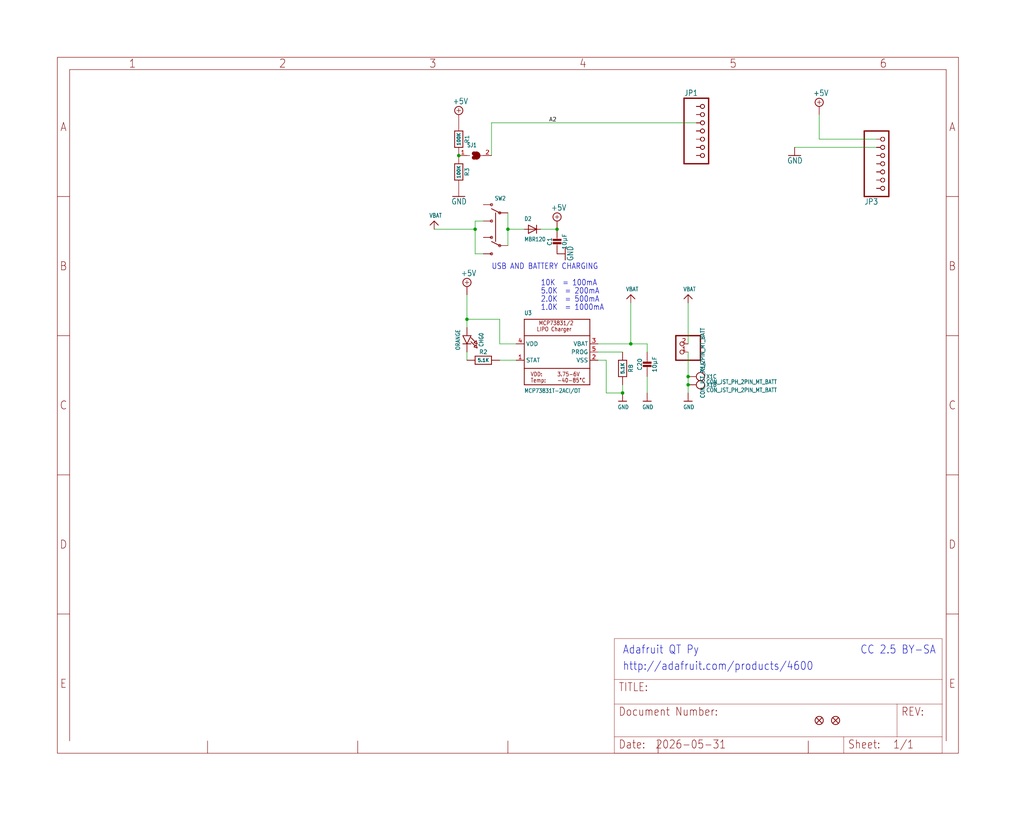
<source format=kicad_sch>
(kicad_sch (version 20230121) (generator eeschema)
  (paper "User" 317.5 254.127)
  (lib_symbols
    (symbol "working-eagle-import:+5V" (power)
      (property "Value" "+5V" (at -1.905 3.175 0))
      (symbol "+5V_1_0"
        (polyline (pts (xy -0.635 1.27) (xy 0.635 1.27)) (stroke (width 0.1524)))
        (polyline (pts (xy 0 0.635) (xy 0 1.905)) (stroke (width 0.1524)))
        (circle (center 0 1.27) (radius 1.27) (stroke (width 0.254)))
        (pin power_in line (at 0 -2.54 90) (length 2.54) (name "+5V") (number "1"))
      )
    )
    (symbol "working-eagle-import:CAP_CERAMIC0805-NOOUTLINE"
      (property "Reference" "C" (at -2.29 1.25 90))
      (symbol "CAP_CERAMIC0805-NOOUTLINE_1_0"
        (rectangle (start -1.27 0.508) (end 1.27 1.016) (fill (type outline)))
        (rectangle (start -1.27 1.524) (end 1.27 2.032) (fill (type outline)))
        (polyline (pts (xy 0 0.762) (xy 0 0)) (stroke (width 0.1524)))
        (polyline (pts (xy 0 2.54) (xy 0 1.778)) (stroke (width 0.1524)))
        (pin passive line (at 0 5.08 270) (length 2.54) (name "1") (number "1"))
        (pin passive line (at 0 -2.54 90) (length 2.54) (name "2") (number "2"))
      )
    )
    (symbol "working-eagle-import:CON_JST_PH_2PIN_MT_BATT"
      (property "Reference" "X" (at 0 5.588 90))
      (symbol "CON_JST_PH_2PIN_MT_BATT_1_0"
        (polyline (pts (xy -6.35 -2.54) (xy 1.27 -2.54)) (stroke (width 0.4064)))
        (polyline (pts (xy -6.35 5.08) (xy -6.35 -2.54)) (stroke (width 0.4064)))
        (polyline (pts (xy 1.27 -2.54) (xy 1.27 5.08)) (stroke (width 0.4064)))
        (polyline (pts (xy 1.27 5.08) (xy -6.35 5.08)) (stroke (width 0.4064)))
        (pin passive inverted (at -2.54 2.54 0) (length 2.54) (name "1") (number "1"))
        (pin passive inverted (at -2.54 0 0) (length 2.54) (name "2") (number "2"))
      )
      (symbol "CON_JST_PH_2PIN_MT_BATT_2_0"
        (circle (center 0 3.81) (radius 1.27) (stroke (width 0.254)))
        (pin bidirectional line (at 0 0 90) (length 2.54) (name "P$1") (number "NC2"))
      )
      (symbol "CON_JST_PH_2PIN_MT_BATT_3_0"
        (circle (center 0 3.81) (radius 1.27) (stroke (width 0.254)))
        (pin bidirectional line (at 0 0 90) (length 2.54) (name "P$1") (number "NC1"))
      )
    )
    (symbol "working-eagle-import:DIODE_SOD-123FL"
      (property "Reference" "D" (at -2.54 2.54 0))
      (symbol "DIODE_SOD-123FL_1_0"
        (polyline (pts (xy -1.27 -1.27) (xy 1.27 0)) (stroke (width 0.254)))
        (polyline (pts (xy -1.27 1.27) (xy -1.27 -1.27)) (stroke (width 0.254)))
        (polyline (pts (xy 1.27 0) (xy -1.27 1.27)) (stroke (width 0.254)))
        (polyline (pts (xy 1.27 0) (xy 1.27 -1.27)) (stroke (width 0.254)))
        (polyline (pts (xy 1.27 1.27) (xy 1.27 0)) (stroke (width 0.254)))
        (pin passive line (at -2.54 0 0) (length 2.54) (name "A") (number "A"))
        (pin passive line (at 2.54 0 180) (length 2.54) (name "C") (number "C"))
      )
    )
    (symbol "working-eagle-import:FIDUCIAL_1MM"
      (symbol "FIDUCIAL_1MM_1_0"
        (polyline (pts (xy -0.762 0.762) (xy 0.762 -0.762)) (stroke (width 0.254)))
        (polyline (pts (xy 0.762 0.762) (xy -0.762 -0.762)) (stroke (width 0.254)))
        (circle (center 0 0) (radius 1.27) (stroke (width 0.254)))
      )
    )
    (symbol "working-eagle-import:FRAME_A_L"
      (symbol "FRAME_A_L_1_0"
        (polyline (pts (xy 0 43.18) (xy 3.81 43.18)))
        (polyline (pts (xy 0 86.36) (xy 3.81 86.36)))
        (polyline (pts (xy 0 129.54) (xy 3.81 129.54)))
        (polyline (pts (xy 0 172.72) (xy 3.81 172.72)))
        (polyline (pts (xy 3.81 3.81) (xy 3.81 212.09)))
        (polyline (pts (xy 46.5667 0) (xy 46.5667 3.81)))
        (polyline (pts (xy 93.1333 0) (xy 93.1333 3.81)))
        (polyline (pts (xy 139.7 0) (xy 139.7 3.81)))
        (polyline (pts (xy 186.2667 0) (xy 186.2667 3.81)))
        (polyline (pts (xy 232.8333 0) (xy 232.8333 3.81)))
        (polyline (pts (xy 275.59 3.81) (xy 275.59 212.09)))
        (polyline (pts (xy 275.59 43.18) (xy 279.4 43.18)))
        (polyline (pts (xy 275.59 86.36) (xy 279.4 86.36)))
        (polyline (pts (xy 275.59 129.54) (xy 279.4 129.54)))
        (polyline (pts (xy 275.59 172.72) (xy 279.4 172.72)))
        (polyline (pts (xy 275.59 212.09) (xy 3.81 212.09)))
        (polyline (pts (xy 0 0) (xy 279.4 0) (xy 279.4 215.9) (xy 0 215.9) (xy 0 0)))
        (text "1" (at 23.2833 213.995 0) (effects (font (size 2.54 2.286))))
        (text "2" (at 69.85 213.995 0) (effects (font (size 2.54 2.286))))
        (text "3" (at 116.4167 213.995 0) (effects (font (size 2.54 2.286))))
        (text "4" (at 162.9833 213.995 0) (effects (font (size 2.54 2.286))))
        (text "5" (at 209.55 213.995 0) (effects (font (size 2.54 2.286))))
        (text "6" (at 256.1167 213.995 0) (effects (font (size 2.54 2.286))))
        (text "A" (at 1.905 194.31 0) (effects (font (size 2.54 2.286))))
        (text "A" (at 277.495 194.31 0) (effects (font (size 2.54 2.286))))
        (text "B" (at 1.905 151.13 0) (effects (font (size 2.54 2.286))))
        (text "B" (at 277.495 151.13 0) (effects (font (size 2.54 2.286))))
        (text "C" (at 1.905 107.95 0) (effects (font (size 2.54 2.286))))
        (text "C" (at 277.495 107.95 0) (effects (font (size 2.54 2.286))))
        (text "D" (at 1.905 64.77 0) (effects (font (size 2.54 2.286))))
        (text "D" (at 277.495 64.77 0) (effects (font (size 2.54 2.286))))
        (text "E" (at 1.905 21.59 0) (effects (font (size 2.54 2.286))))
        (text "E" (at 277.495 21.59 0) (effects (font (size 2.54 2.286))))
      )
      (symbol "FRAME_A_L_2_0"
        (polyline (pts (xy 0 0) (xy 0 5.08)) (stroke (width 0.1016)))
        (polyline (pts (xy 0 0) (xy 71.12 0)) (stroke (width 0.1016)))
        (polyline (pts (xy 0 5.08) (xy 0 15.24)) (stroke (width 0.1016)))
        (polyline (pts (xy 0 5.08) (xy 71.12 5.08)) (stroke (width 0.1016)))
        (polyline (pts (xy 0 15.24) (xy 0 22.86)) (stroke (width 0.1016)))
        (polyline (pts (xy 0 22.86) (xy 0 35.56)) (stroke (width 0.1016)))
        (polyline (pts (xy 0 22.86) (xy 101.6 22.86)) (stroke (width 0.1016)))
        (polyline (pts (xy 71.12 0) (xy 101.6 0)) (stroke (width 0.1016)))
        (polyline (pts (xy 71.12 5.08) (xy 71.12 0)) (stroke (width 0.1016)))
        (polyline (pts (xy 71.12 5.08) (xy 87.63 5.08)) (stroke (width 0.1016)))
        (polyline (pts (xy 87.63 5.08) (xy 101.6 5.08)) (stroke (width 0.1016)))
        (polyline (pts (xy 87.63 15.24) (xy 0 15.24)) (stroke (width 0.1016)))
        (polyline (pts (xy 87.63 15.24) (xy 87.63 5.08)) (stroke (width 0.1016)))
        (polyline (pts (xy 101.6 5.08) (xy 101.6 0)) (stroke (width 0.1016)))
        (polyline (pts (xy 101.6 15.24) (xy 87.63 15.24)) (stroke (width 0.1016)))
        (polyline (pts (xy 101.6 15.24) (xy 101.6 5.08)) (stroke (width 0.1016)))
        (polyline (pts (xy 101.6 22.86) (xy 101.6 15.24)) (stroke (width 0.1016)))
        (polyline (pts (xy 101.6 35.56) (xy 0 35.56)) (stroke (width 0.1016)))
        (polyline (pts (xy 101.6 35.56) (xy 101.6 22.86)) (stroke (width 0.1016)))
        (text "${#}/${##}" (at 86.36 1.27 0) (effects (font (size 2.54 2.159)) (justify left bottom)))
        (text "${CURRENT_DATE}" (at 12.7 1.27 0) (effects (font (size 2.54 2.159)) (justify left bottom)))
        (text "${PROJECTNAME}" (at 17.78 19.05 0) (effects (font (size 2.54 2.159)) (justify left bottom)))
        (text "Date:" (at 1.27 1.27 0) (effects (font (size 2.54 2.159)) (justify left bottom)))
        (text "Document Number:" (at 1.27 11.43 0) (effects (font (size 2.54 2.159)) (justify left bottom)))
        (text "REV:" (at 88.9 11.43 0) (effects (font (size 2.54 2.159)) (justify left bottom)))
        (text "Sheet:" (at 72.39 1.27 0) (effects (font (size 2.54 2.159)) (justify left bottom)))
        (text "TITLE:" (at 1.27 19.05 0) (effects (font (size 2.54 2.159)) (justify left bottom)))
      )
    )
    (symbol "working-eagle-import:GND" (power)
      (property "Value" "GND" (at -2.54 -2.54 0))
      (symbol "GND_1_0"
        (polyline (pts (xy -1.905 0) (xy 1.905 0)) (stroke (width 0.254)))
        (pin power_in line (at 0 2.54 270) (length 2.54) (name "GND") (number "1"))
      )
    )
    (symbol "working-eagle-import:HEADER-1X7_CASTEL"
      (property "Reference" "JP" (at -6.35 10.795 0))
      (symbol "HEADER-1X7_CASTEL_1_0"
        (polyline (pts (xy -6.35 -10.16) (xy 1.27 -10.16)) (stroke (width 0.4064)))
        (polyline (pts (xy -6.35 10.16) (xy -6.35 -10.16)) (stroke (width 0.4064)))
        (polyline (pts (xy 1.27 -10.16) (xy 1.27 10.16)) (stroke (width 0.4064)))
        (polyline (pts (xy 1.27 10.16) (xy -6.35 10.16)) (stroke (width 0.4064)))
        (pin passive inverted (at -2.54 7.62 0) (length 2.54) (name "1") (number "1"))
        (pin passive inverted (at -2.54 7.62 0) (length 2.54) (name "1") (number "1C"))
        (pin passive inverted (at -2.54 5.08 0) (length 2.54) (name "2") (number "2"))
        (pin passive inverted (at -2.54 5.08 0) (length 2.54) (name "2") (number "2C"))
        (pin passive inverted (at -2.54 2.54 0) (length 2.54) (name "3") (number "3"))
        (pin passive inverted (at -2.54 2.54 0) (length 2.54) (name "3") (number "3C"))
        (pin passive inverted (at -2.54 0 0) (length 2.54) (name "4") (number "4"))
        (pin passive inverted (at -2.54 0 0) (length 2.54) (name "4") (number "4C"))
        (pin passive inverted (at -2.54 -2.54 0) (length 2.54) (name "5") (number "5"))
        (pin passive inverted (at -2.54 -2.54 0) (length 2.54) (name "5") (number "5C"))
        (pin passive inverted (at -2.54 -5.08 0) (length 2.54) (name "6") (number "6"))
        (pin passive inverted (at -2.54 -5.08 0) (length 2.54) (name "6") (number "6C"))
        (pin passive inverted (at -2.54 -7.62 0) (length 2.54) (name "7") (number "7"))
        (pin passive inverted (at -2.54 -7.62 0) (length 2.54) (name "7") (number "7C"))
      )
    )
    (symbol "working-eagle-import:LED0603_NOOUTLINE"
      (property "Reference" "D" (at -1.27 4.445 0))
      (symbol "LED0603_NOOUTLINE_1_0"
        (polyline (pts (xy -2.54 -1.27) (xy 0 0)) (stroke (width 0.254)))
        (polyline (pts (xy -2.54 1.27) (xy -2.54 -1.27)) (stroke (width 0.254)))
        (polyline (pts (xy -1.905 1.27) (xy -0.635 2.54)) (stroke (width 0.254)))
        (polyline (pts (xy -0.9525 2.8575) (xy -0.3175 2.2225)) (stroke (width 0.254)))
        (polyline (pts (xy -0.635 1.27) (xy 0.635 2.54)) (stroke (width 0.254)))
        (polyline (pts (xy -0.3175 2.2225) (xy 0 3.175)) (stroke (width 0.254)))
        (polyline (pts (xy 0 0) (xy -2.54 1.27)) (stroke (width 0.254)))
        (polyline (pts (xy 0 0) (xy 0 -1.27)) (stroke (width 0.254)))
        (polyline (pts (xy 0 1.27) (xy 0 0)) (stroke (width 0.254)))
        (polyline (pts (xy 0 3.175) (xy -0.9525 2.8575)) (stroke (width 0.254)))
        (polyline (pts (xy 0.3175 2.8575) (xy 0.9525 2.2225)) (stroke (width 0.254)))
        (polyline (pts (xy 0.9525 2.2225) (xy 1.27 3.175)) (stroke (width 0.254)))
        (polyline (pts (xy 1.27 3.175) (xy 0.3175 2.8575)) (stroke (width 0.254)))
        (pin passive line (at -5.08 0 0) (length 2.54) (name "A") (number "A"))
        (pin passive line (at 2.54 0 180) (length 2.54) (name "C") (number "C"))
      )
    )
    (symbol "working-eagle-import:MCP73831/2"
      (property "Reference" "U" (at -10.16 11.43 0))
      (symbol "MCP73831/2_1_0"
        (polyline (pts (xy -10.16 -5.08) (xy -10.16 -10.16)) (stroke (width 0.254)))
        (polyline (pts (xy -10.16 -5.08) (xy -10.16 5.08)) (stroke (width 0.254)))
        (polyline (pts (xy -10.16 5.08) (xy 10.16 5.08)) (stroke (width 0.254)))
        (polyline (pts (xy -10.16 10.16) (xy -10.16 5.08)) (stroke (width 0.254)))
        (polyline (pts (xy -10.16 10.16) (xy 10.16 10.16)) (stroke (width 0.254)))
        (polyline (pts (xy 10.16 -10.16) (xy -10.16 -10.16)) (stroke (width 0.254)))
        (polyline (pts (xy 10.16 -5.08) (xy -10.16 -5.08)) (stroke (width 0.254)))
        (polyline (pts (xy 10.16 -5.08) (xy 10.16 -10.16)) (stroke (width 0.254)))
        (polyline (pts (xy 10.16 5.08) (xy 10.16 -5.08)) (stroke (width 0.254)))
        (polyline (pts (xy 10.16 10.16) (xy 10.16 5.08)) (stroke (width 0.254)))
        (text "-40-85°C" (at 0 -9.525 0) (effects (font (size 1.27 1.0795)) (justify left bottom)))
        (text "3.75-6V" (at 0 -7.62 0) (effects (font (size 1.27 1.0795)) (justify left bottom)))
        (text "LIPO Charger" (at -6.35 6.35 0) (effects (font (size 1.27 1.0795)) (justify left bottom)))
        (text "MCP73831/2" (at -5.715 8.255 0) (effects (font (size 1.27 1.0795)) (justify left bottom)))
        (text "Temp:" (at -8.255 -9.525 0) (effects (font (size 1.27 1.0795)) (justify left bottom)))
        (text "VDD:" (at -8.255 -7.62 0) (effects (font (size 1.27 1.0795)) (justify left bottom)))
        (pin output line (at -12.7 -2.54 0) (length 2.54) (name "STAT") (number "1"))
        (pin power_in line (at 12.7 -2.54 180) (length 2.54) (name "VSS") (number "2"))
        (pin power_in line (at 12.7 2.54 180) (length 2.54) (name "VBAT") (number "3"))
        (pin power_in line (at -12.7 2.54 0) (length 2.54) (name "VDD") (number "4"))
        (pin input line (at 12.7 0 180) (length 2.54) (name "PROG") (number "5"))
      )
    )
    (symbol "working-eagle-import:RESISTOR_0603_NOOUT"
      (property "Reference" "R" (at 0 2.54 0))
      (symbol "RESISTOR_0603_NOOUT_1_0"
        (polyline (pts (xy -2.54 -1.27) (xy -2.54 1.27)) (stroke (width 0.254)))
        (polyline (pts (xy -2.54 1.27) (xy 2.54 1.27)) (stroke (width 0.254)))
        (polyline (pts (xy 2.54 -1.27) (xy -2.54 -1.27)) (stroke (width 0.254)))
        (polyline (pts (xy 2.54 1.27) (xy 2.54 -1.27)) (stroke (width 0.254)))
        (pin passive line (at -5.08 0 0) (length 2.54) (name "1") (number "1"))
        (pin passive line (at 5.08 0 180) (length 2.54) (name "2") (number "2"))
      )
    )
    (symbol "working-eagle-import:SOLDERJUMPERCLOSED"
      (property "Reference" "SJ" (at -2.54 2.54 0))
      (symbol "SOLDERJUMPERCLOSED_1_0"
        (arc (start -0.381 -0.635) (mid 0.2541 -0.0001) (end -0.3808 0.635) (stroke (width 1.27)))
        (polyline (pts (xy -2.54 0) (xy -1.651 0)) (stroke (width 0.1524)))
        (polyline (pts (xy 2.54 0) (xy 1.651 0)) (stroke (width 0.1524)))
        (arc (start 0.3808 -0.635) (mid 1.0132 -0.0001) (end 0.381 0.635) (stroke (width 1.27)))
        (pin passive line (at -5.08 0 0) (length 2.54) (name "1") (number "1"))
        (pin passive line (at 5.08 0 180) (length 2.54) (name "2") (number "2"))
      )
    )
    (symbol "working-eagle-import:SWITCH_DPDTEG1390"
      (property "Reference" "SW" (at -4.445 8.89 0))
      (symbol "SWITCH_DPDTEG1390_1_0"
        (circle (center -2.54 -5.08) (radius 0.3592) (stroke (width 0.2032)))
        (circle (center -2.54 5.08) (radius 0.3592) (stroke (width 0.2032)))
        (circle (center 0 -7.62) (radius 0.3592) (stroke (width 0.2032)))
        (circle (center 0 -2.54) (radius 0.3592) (stroke (width 0.2032)))
        (polyline (pts (xy -2.54 -5.08) (xy 0 -3.81)) (stroke (width 0.254)))
        (polyline (pts (xy -2.54 5.08) (xy 0 6.35)) (stroke (width 0.254)))
        (polyline (pts (xy -1.27 5.08) (xy -1.27 -3.81)) (stroke (width 0.254)))
        (polyline (pts (xy 0 -7.62) (xy 0.635 -7.62)) (stroke (width 0.127)))
        (polyline (pts (xy 0 -2.54) (xy 0.635 -2.54)) (stroke (width 0.1524)))
        (polyline (pts (xy 0 2.54) (xy 0.635 2.54)) (stroke (width 0.127)))
        (polyline (pts (xy 0 7.62) (xy 0.635 7.62)) (stroke (width 0.1524)))
        (circle (center 0 2.54) (radius 0.3592) (stroke (width 0.2032)))
        (circle (center 0 7.62) (radius 0.3592) (stroke (width 0.2032)))
        (pin passive line (at 2.54 7.62 180) (length 2.54) (name "O1") (number "O1"))
        (pin passive line (at 2.54 -2.54 180) (length 2.54) (name "O2") (number "O2"))
        (pin passive line (at -5.08 5.08 0) (length 2.54) (name "P1") (number "P1"))
        (pin passive line (at -5.08 -5.08 0) (length 2.54) (name "P2") (number "P2"))
        (pin passive line (at 2.54 2.54 180) (length 2.54) (name "S1") (number "S1"))
        (pin passive line (at 2.54 -7.62 180) (length 2.54) (name "S2") (number "S2"))
      )
    )
    (symbol "working-eagle-import:VBAT" (power)
      (property "Value" "VBAT" (at -1.524 1.016 0))
      (symbol "VBAT_1_0"
        (polyline (pts (xy -1.27 -1.27) (xy 0 0)) (stroke (width 0.254)))
        (polyline (pts (xy 0 0) (xy 1.27 -1.27)) (stroke (width 0.254)))
        (pin power_in line (at 0 -2.54 90) (length 2.54) (name "VBAT") (number "1"))
      )
    )
    (symbol "working-eagle-import:microbuilder_GND" (power)
      (property "Value" "microbuilder_GND" (at -1.524 -2.54 0))
      (symbol "microbuilder_GND_1_0"
        (polyline (pts (xy -1.27 0) (xy 1.27 0)) (stroke (width 0.254)))
        (pin power_in line (at 0 2.54 270) (length 2.54) (name "GND") (number "1"))
      )
    )
  )
  (junction (at 147.32 71.12))
  (junction (at 213.36 119.38))
  (junction (at 213.36 116.84))
  (junction (at 193.04 121.92))
  (junction (at 144.78 99.06))
  (junction (at 195.58 106.68))
  (junction (at 172.72 71.12))
  (junction (at 142.24 48.26))
  (junction (at 157.48 71.12))
  (wire (pts (xy 149.86 78.74) (xy 147.32 78.74)) (stroke (width 0.1524)))
  (wire (pts (xy 195.58 106.68) (xy 185.42 106.68)) (stroke (width 0.1524)))
  (wire (pts (xy 215.9 38.1) (xy 152.4 38.1)) (stroke (width 0.1524)))
  (wire (pts (xy 147.32 71.12) (xy 147.32 68.58)) (stroke (width 0.1524)))
  (wire (pts (xy 144.78 99.06) (xy 154.94 99.06)) (stroke (width 0.1524)))
  (wire (pts (xy 157.48 71.12) (xy 162.56 71.12)) (stroke (width 0.1524)))
  (wire (pts (xy 185.42 109.22) (xy 193.04 109.22)) (stroke (width 0.1524)))
  (wire (pts (xy 157.48 71.12) (xy 157.48 76.2)) (stroke (width 0.1524)))
  (wire (pts (xy 213.36 119.38) (xy 213.36 116.84)) (stroke (width 0.1524)))
  (wire (pts (xy 200.66 116.84) (xy 200.66 121.92)) (stroke (width 0.1524)))
  (wire (pts (xy 154.94 106.68) (xy 160.02 106.68)) (stroke (width 0.1524)))
  (wire (pts (xy 149.86 68.58) (xy 147.32 68.58)) (stroke (width 0.1524)))
  (wire (pts (xy 213.36 93.98) (xy 213.36 106.68)) (stroke (width 0.1524)))
  (wire (pts (xy 144.78 91.44) (xy 144.78 99.06)) (stroke (width 0.1524)))
  (wire (pts (xy 147.32 78.74) (xy 147.32 71.12)) (stroke (width 0.1524)))
  (wire (pts (xy 185.42 111.76) (xy 187.96 111.76)) (stroke (width 0.1524)))
  (wire (pts (xy 187.96 121.92) (xy 193.04 121.92)) (stroke (width 0.1524)))
  (wire (pts (xy 213.36 116.84) (xy 213.36 109.22)) (stroke (width 0.1524)))
  (wire (pts (xy 154.94 111.76) (xy 160.02 111.76)) (stroke (width 0.1524)))
  (wire (pts (xy 154.94 99.06) (xy 154.94 106.68)) (stroke (width 0.1524)))
  (wire (pts (xy 254 43.18) (xy 254 35.56)) (stroke (width 0.1524)))
  (wire (pts (xy 152.4 38.1) (xy 152.4 48.26)) (stroke (width 0.1524)))
  (wire (pts (xy 187.96 111.76) (xy 187.96 121.92)) (stroke (width 0.1524)))
  (wire (pts (xy 200.66 109.22) (xy 200.66 106.68)) (stroke (width 0.1524)))
  (wire (pts (xy 144.78 109.22) (xy 144.78 111.76)) (stroke (width 0.1524)))
  (wire (pts (xy 271.78 45.72) (xy 246.38 45.72)) (stroke (width 0.1524)))
  (wire (pts (xy 167.64 71.12) (xy 172.72 71.12)) (stroke (width 0.1524)))
  (wire (pts (xy 144.78 101.6) (xy 144.78 99.06)) (stroke (width 0.1524)))
  (wire (pts (xy 157.48 66.04) (xy 157.48 71.12)) (stroke (width 0.1524)))
  (wire (pts (xy 271.78 43.18) (xy 254 43.18)) (stroke (width 0.1524)))
  (wire (pts (xy 134.62 71.12) (xy 147.32 71.12)) (stroke (width 0.1524)))
  (wire (pts (xy 195.58 93.98) (xy 195.58 106.68)) (stroke (width 0.1524)))
  (wire (pts (xy 193.04 119.38) (xy 193.04 121.92)) (stroke (width 0.1524)))
  (wire (pts (xy 200.66 106.68) (xy 195.58 106.68)) (stroke (width 0.1524)))
  (wire (pts (xy 213.36 121.92) (xy 213.36 119.38)) (stroke (width 0.1524)))
  (text "5.0K  = 200mA" (at 167.64 91.44 0) (effects (font (size 1.778 1.5113)) (justify left bottom)))
  (text "1.0K  = 1000mA" (at 167.64 96.52 0) (effects (font (size 1.778 1.5113)) (justify left bottom)))
  (text "Adafruit QT Py" (at 193.04 203.2 0) (effects (font (size 2.54 2.159)) (justify left bottom)))
  (text "http://adafruit.com/products/4600" (at 193.04 208.28 0) (effects (font (size 2.54 2.159)) (justify left bottom)))
  (text "CC 2.5 BY-SA" (at 266.7 203.2 0) (effects (font (size 2.54 2.159)) (justify left bottom)))
  (text "2.0K  = 500mA" (at 167.64 93.98 0) (effects (font (size 1.778 1.5113)) (justify left bottom)))
  (text "USB AND BATTERY CHARGING" (at 152.4 83.82 0) (effects (font (size 1.778 1.5113)) (justify left bottom)))
  (text "10K  = 100mA" (at 167.64 88.9 0) (effects (font (size 1.778 1.5113)) (justify left bottom)))
  (label "A2" (at 170.18 38.1 0) (effects (font (size 1.2446 1.2446))))
  (symbol (lib_id "working-eagle-import:HEADER-1X7_CASTEL") (at 274.32 50.8 0) (mirror x) (unit 1)
    (property "Reference" "JP3" (at 267.97 61.595 0) (effects (font (size 1.778 1.5113)) (justify left bottom)))
    (property "Value" "HEADER-1X7_CASTEL" (effects hide))
    (property "Footprint" "working:1X07_CASTEL" (effects hide))
  )
  (symbol (lib_id "working-eagle-import:CON_JST_PH_2PIN_MT_BATT") (at 210.82 106.68 180) (unit 1)
    (property "Reference" "X1" (at 217.17 112.395 90) (effects (font (size 1.27 1.0795)) (justify left bottom)))
    (property "Value" "CON_JST_PH_2PIN_MT_BATT" (at 217.17 101.6 90) (effects (font (size 1.27 1.0795)) (justify left bottom)))
    (property "Footprint" "working:JSTPH2_BATT" (effects hide))
  )
  (symbol (lib_id "working-eagle-import:+5V") (at 142.24 35.56 0) (unit 1)
    (property "Reference" "#SUPPLY4" (effects hide))
    (property "Value" "+5V" (at 140.335 32.385 0) (effects (font (size 1.778 1.5113)) (justify left bottom)))
  )
  (symbol (lib_id "working-eagle-import:SOLDERJUMPERCLOSED") (at 147.32 48.26 0) (unit 1)
    (property "Reference" "SJ1" (at 144.78 45.72 0) (effects (font (size 1.27 1.0795)) (justify left bottom)))
    (property "Value" "SOLDERJUMPERCLOSED" (effects hide))
    (property "Footprint" "working:SOLDERJUMPER_CLOSEDWIRE" (effects hide))
  )
  (symbol (lib_id "working-eagle-import:DIODE_SOD-123FL") (at 165.1 71.12 0) (unit 1)
    (property "Reference" "D2" (at 162.56 68.58 0) (effects (font (size 1.27 1.0795)) (justify left bottom)))
    (property "Value" "MBR120" (at 162.56 74.93 0) (effects (font (size 1.27 1.0795)) (justify left bottom)))
    (property "Footprint" "working:SOD-123FL" (effects hide))
  )
  (symbol (lib_id "working-eagle-import:RESISTOR_0603_NOOUT") (at 142.24 53.34 270) (unit 1)
    (property "Reference" "R3" (at 144.78 53.34 0))
    (property "Value" "100K" (at 142.24 53.34 0) (effects (font (size 1.016 1.016) bold)))
    (property "Footprint" "working:0603-NO" (effects hide))
  )
  (symbol (lib_id "working-eagle-import:microbuilder_GND") (at 213.36 124.46 0) (unit 1)
    (property "Reference" "#U$22" (effects hide))
    (property "Value" "GND" (at 211.836 127 0) (effects (font (size 1.27 1.0795)) (justify left bottom)))
  )
  (symbol (lib_id "working-eagle-import:VBAT") (at 195.58 91.44 0) (unit 1)
    (property "Reference" "#U$39" (effects hide))
    (property "Value" "VBAT" (at 194.056 90.424 0) (effects (font (size 1.27 1.0795)) (justify left bottom)))
  )
  (symbol (lib_id "working-eagle-import:GND") (at 175.26 78.74 90) (mirror x) (unit 1)
    (property "Reference" "#GND1" (effects hide))
    (property "Value" "GND" (at 177.8 76.2 0) (effects (font (size 1.778 1.5113)) (justify left bottom)))
  )
  (symbol (lib_id "working-eagle-import:CAP_CERAMIC0805-NOOUTLINE") (at 172.72 76.2 0) (unit 1)
    (property "Reference" "C1" (at 170.43 74.95 90))
    (property "Value" "10µF" (at 175.02 74.95 90))
    (property "Footprint" "working:0805-NO" (effects hide))
  )
  (symbol (lib_id "working-eagle-import:CON_JST_PH_2PIN_MT_BATT") (at 213.36 116.84 270) (unit 3)
    (property "Reference" "X1" (at 218.948 116.84 90) (effects (font (size 1.27 1.0795)) (justify left)))
    (property "Value" "CON_JST_PH_2PIN_MT_BATT" (at 218.948 118.491 90) (effects (font (size 1.27 1.0795)) (justify left)))
    (property "Footprint" "working:JSTPH2_BATT" (effects hide))
  )
  (symbol (lib_id "working-eagle-import:+5V") (at 144.78 88.9 0) (unit 1)
    (property "Reference" "#SUPPLY1" (effects hide))
    (property "Value" "+5V" (at 142.875 85.725 0) (effects (font (size 1.778 1.5113)) (justify left bottom)))
  )
  (symbol (lib_id "working-eagle-import:SWITCH_DPDTEG1390") (at 152.4 71.12 0) (mirror y) (unit 1)
    (property "Reference" "SW2" (at 156.845 62.23 0) (effects (font (size 1.27 1.0795)) (justify left bottom)))
    (property "Value" "SWITCH_DPDTEG1390" (effects hide))
    (property "Footprint" "working:EG1390" (effects hide))
  )
  (symbol (lib_id "working-eagle-import:FRAME_A_L") (at 190.5 233.68 0) (unit 2)
    (property "Reference" "#FRAME1" (effects hide))
    (property "Value" "FRAME_A_L" (effects hide))
  )
  (symbol (lib_id "working-eagle-import:microbuilder_GND") (at 193.04 124.46 0) (unit 1)
    (property "Reference" "#U$36" (effects hide))
    (property "Value" "GND" (at 191.516 127 0) (effects (font (size 1.27 1.0795)) (justify left bottom)))
  )
  (symbol (lib_id "working-eagle-import:VBAT") (at 213.36 91.44 0) (unit 1)
    (property "Reference" "#U$16" (effects hide))
    (property "Value" "VBAT" (at 211.836 90.424 0) (effects (font (size 1.27 1.0795)) (justify left bottom)))
  )
  (symbol (lib_id "working-eagle-import:FIDUCIAL_1MM") (at 254 223.52 0) (unit 1)
    (property "Reference" "U$8" (effects hide))
    (property "Value" "FIDUCIAL_1MM" (effects hide))
    (property "Footprint" "working:FIDUCIAL_1MM" (effects hide))
  )
  (symbol (lib_id "working-eagle-import:HEADER-1X7_CASTEL") (at 218.44 40.64 0) (unit 1)
    (property "Reference" "JP1" (at 212.09 29.845 0) (effects (font (size 1.778 1.5113)) (justify left bottom)))
    (property "Value" "HEADER-1X7_CASTEL" (effects hide))
    (property "Footprint" "working:1X07_CASTEL" (effects hide))
  )
  (symbol (lib_id "working-eagle-import:RESISTOR_0603_NOOUT") (at 149.86 111.76 0) (unit 1)
    (property "Reference" "R2" (at 149.86 109.22 0))
    (property "Value" "5.1K" (at 149.86 111.76 0) (effects (font (size 1.016 1.016) bold)))
    (property "Footprint" "working:0603-NO" (effects hide))
  )
  (symbol (lib_id "working-eagle-import:CAP_CERAMIC0805-NOOUTLINE") (at 200.66 114.3 0) (unit 1)
    (property "Reference" "C20" (at 198.37 113.05 90))
    (property "Value" "10µF" (at 202.96 113.05 90))
    (property "Footprint" "working:0805-NO" (effects hide))
  )
  (symbol (lib_id "working-eagle-import:GND") (at 246.38 48.26 0) (mirror y) (unit 1)
    (property "Reference" "#GND2" (effects hide))
    (property "Value" "GND" (at 248.92 50.8 0) (effects (font (size 1.778 1.5113)) (justify left bottom)))
  )
  (symbol (lib_id "working-eagle-import:LED0603_NOOUTLINE") (at 144.78 106.68 270) (unit 1)
    (property "Reference" "CHG0" (at 149.225 105.41 0) (effects (font (size 1.27 1.0795))))
    (property "Value" "ORANGE" (at 141.986 105.41 0) (effects (font (size 1.27 1.0795))))
    (property "Footprint" "working:CHIPLED_0603_NOOUTLINE" (effects hide))
  )
  (symbol (lib_id "working-eagle-import:RESISTOR_0603_NOOUT") (at 193.04 114.3 270) (unit 1)
    (property "Reference" "R8" (at 195.58 114.3 0))
    (property "Value" "5.1K" (at 193.04 114.3 0) (effects (font (size 1.016 1.016) bold)))
    (property "Footprint" "working:0603-NO" (effects hide))
  )
  (symbol (lib_id "working-eagle-import:FRAME_A_L") (at 17.78 233.68 0) (unit 1)
    (property "Reference" "#FRAME1" (effects hide))
    (property "Value" "FRAME_A_L" (effects hide))
  )
  (symbol (lib_id "working-eagle-import:RESISTOR_0603_NOOUT") (at 142.24 43.18 270) (unit 1)
    (property "Reference" "R1" (at 144.78 43.18 0))
    (property "Value" "100K" (at 142.24 43.18 0) (effects (font (size 1.016 1.016) bold)))
    (property "Footprint" "working:0603-NO" (effects hide))
  )
  (symbol (lib_id "working-eagle-import:FIDUCIAL_1MM") (at 259.08 223.52 0) (unit 1)
    (property "Reference" "U$6" (effects hide))
    (property "Value" "FIDUCIAL_1MM" (effects hide))
    (property "Footprint" "working:FIDUCIAL_1MM" (effects hide))
  )
  (symbol (lib_id "working-eagle-import:VBAT") (at 134.62 68.58 0) (unit 1)
    (property "Reference" "#U$1" (effects hide))
    (property "Value" "VBAT" (at 133.096 67.564 0) (effects (font (size 1.27 1.0795)) (justify left bottom)))
  )
  (symbol (lib_id "working-eagle-import:GND") (at 142.24 60.96 0) (mirror y) (unit 1)
    (property "Reference" "#GND3" (effects hide))
    (property "Value" "GND" (at 144.78 63.5 0) (effects (font (size 1.778 1.5113)) (justify left bottom)))
  )
  (symbol (lib_id "working-eagle-import:microbuilder_GND") (at 200.66 124.46 0) (unit 1)
    (property "Reference" "#U$33" (effects hide))
    (property "Value" "GND" (at 199.136 127 0) (effects (font (size 1.27 1.0795)) (justify left bottom)))
  )
  (symbol (lib_id "working-eagle-import:MCP73831/2") (at 172.72 109.22 0) (unit 1)
    (property "Reference" "U3" (at 162.56 97.79 0) (effects (font (size 1.27 1.0795)) (justify left bottom)))
    (property "Value" "MCP73831T-2ACI/OT" (at 162.56 121.92 0) (effects (font (size 1.27 1.0795)) (justify left bottom)))
    (property "Footprint" "working:SOT23-5" (effects hide))
  )
  (symbol (lib_id "working-eagle-import:+5V") (at 172.72 68.58 0) (unit 1)
    (property "Reference" "#SUPPLY2" (effects hide))
    (property "Value" "+5V" (at 170.815 65.405 0) (effects (font (size 1.778 1.5113)) (justify left bottom)))
  )
  (symbol (lib_id "working-eagle-import:+5V") (at 254 33.02 0) (unit 1)
    (property "Reference" "#SUPPLY3" (effects hide))
    (property "Value" "+5V" (at 252.095 29.845 0) (effects (font (size 1.778 1.5113)) (justify left bottom)))
  )
  (symbol (lib_id "working-eagle-import:CON_JST_PH_2PIN_MT_BATT") (at 213.36 119.38 270) (unit 2)
    (property "Reference" "X1" (at 218.948 119.38 90) (effects (font (size 1.27 1.0795)) (justify left)))
    (property "Value" "CON_JST_PH_2PIN_MT_BATT" (at 218.948 121.031 90) (effects (font (size 1.27 1.0795)) (justify left)))
    (property "Footprint" "working:JSTPH2_BATT" (effects hide))
  )
)
</source>
